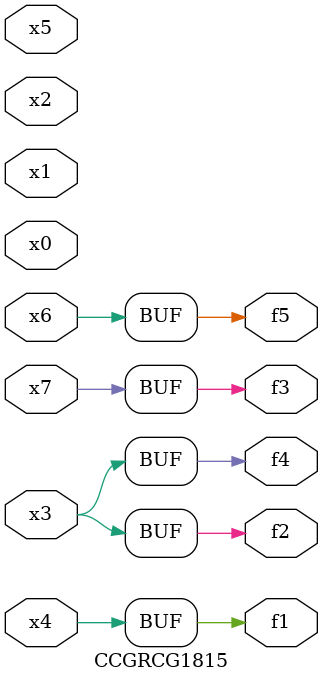
<source format=v>
module CCGRCG1815(
	input x0, x1, x2, x3, x4, x5, x6, x7,
	output f1, f2, f3, f4, f5
);
	assign f1 = x4;
	assign f2 = x3;
	assign f3 = x7;
	assign f4 = x3;
	assign f5 = x6;
endmodule

</source>
